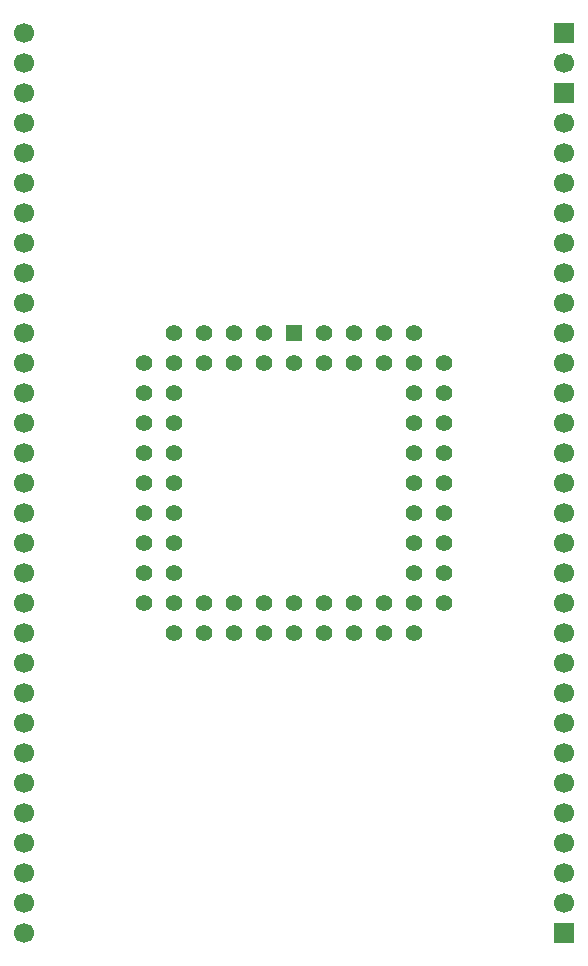
<source format=gts>
G04 #@! TF.GenerationSoftware,KiCad,Pcbnew,9.0.1*
G04 #@! TF.CreationDate,2025-04-04T22:38:55+02:00*
G04 #@! TF.ProjectId,80286,38303238-362e-46b6-9963-61645f706362,rev?*
G04 #@! TF.SameCoordinates,Original*
G04 #@! TF.FileFunction,Soldermask,Top*
G04 #@! TF.FilePolarity,Negative*
%FSLAX46Y46*%
G04 Gerber Fmt 4.6, Leading zero omitted, Abs format (unit mm)*
G04 Created by KiCad (PCBNEW 9.0.1) date 2025-04-04 22:38:55*
%MOMM*%
%LPD*%
G01*
G04 APERTURE LIST*
%ADD10C,1.422400*%
%ADD11R,1.422400X1.422400*%
%ADD12C,1.700000*%
%ADD13R,1.700000X1.700000*%
G04 APERTURE END LIST*
D10*
X76200000Y-77900000D03*
X76200000Y-75360000D03*
X78740000Y-77900000D03*
X78740000Y-75360000D03*
X81280000Y-77900000D03*
X81280000Y-75360000D03*
X83820000Y-77900000D03*
X83820000Y-75360000D03*
X86360000Y-77900000D03*
X83820000Y-80440000D03*
X86360000Y-80440000D03*
X83820000Y-82980000D03*
X86360000Y-82980000D03*
X83820000Y-85520000D03*
X86360000Y-85520000D03*
X83820000Y-88060000D03*
X86360000Y-88060000D03*
X83820000Y-90600000D03*
X86360000Y-90600000D03*
X83820000Y-93140000D03*
X86360000Y-93140000D03*
X83820000Y-95680000D03*
X86360000Y-95680000D03*
X83820000Y-98220000D03*
X86360000Y-98220000D03*
X83820000Y-100760000D03*
X81280000Y-98220000D03*
X81280000Y-100760000D03*
X78740000Y-98220000D03*
X78740000Y-100760000D03*
X76200000Y-98220000D03*
X76200000Y-100760000D03*
X73660000Y-98220000D03*
X73660000Y-100760000D03*
X71120000Y-98220000D03*
X71120000Y-100760000D03*
X68580000Y-98220000D03*
X68580000Y-100760000D03*
X66040000Y-98220000D03*
X66040000Y-100760000D03*
X63500000Y-98220000D03*
X63500000Y-100760000D03*
X60960000Y-98220000D03*
X63500000Y-95680000D03*
X60960000Y-95680000D03*
X63500000Y-93140000D03*
X60960000Y-93140000D03*
X63500000Y-90600000D03*
X60960000Y-90600000D03*
X63500000Y-88060000D03*
X60960000Y-88060000D03*
X63500000Y-85520000D03*
X60960000Y-85520000D03*
X63500000Y-82980000D03*
X60960000Y-82980000D03*
X63500000Y-80440000D03*
X60960000Y-80440000D03*
X63500000Y-77900000D03*
X60960000Y-77900000D03*
X63500000Y-75360000D03*
X66040000Y-77900000D03*
X66040000Y-75360000D03*
X68580000Y-77900000D03*
X68580000Y-75360000D03*
X71120000Y-77900000D03*
X71120000Y-75360000D03*
X73660000Y-77900000D03*
D11*
X73660000Y-75360000D03*
D12*
X50800000Y-126150000D03*
X50800000Y-123610000D03*
X50800000Y-121070000D03*
X50800000Y-118530000D03*
X50800000Y-115990000D03*
X50800000Y-113450000D03*
X50800000Y-110910000D03*
X50800000Y-108370000D03*
X50800000Y-105830000D03*
X50800000Y-103290000D03*
X50800000Y-100750000D03*
X50800000Y-98210000D03*
X50800000Y-95670000D03*
X50800000Y-93130000D03*
X50800000Y-90590000D03*
X50800000Y-88050000D03*
X50800000Y-85510000D03*
X50800000Y-82970000D03*
X50800000Y-80430000D03*
X50800000Y-77890000D03*
X50800000Y-75350000D03*
X50800000Y-72810000D03*
X50800000Y-70270000D03*
X50800000Y-67730000D03*
X50800000Y-65190000D03*
X50800000Y-62650000D03*
X50800000Y-60110000D03*
X50800000Y-57570000D03*
X50800000Y-55030000D03*
X50800000Y-52490000D03*
X50800000Y-49950000D03*
D13*
X96520000Y-49960000D03*
D12*
X96520000Y-70280000D03*
D13*
X96520000Y-126160000D03*
D12*
X96520000Y-123620000D03*
X96520000Y-121080000D03*
X96520000Y-118540000D03*
X96520000Y-116000000D03*
X96520000Y-113460000D03*
X96520000Y-110920000D03*
X96520000Y-108380000D03*
X96520000Y-105840000D03*
X96520000Y-103300000D03*
X96520000Y-100760000D03*
X96520000Y-98220000D03*
X96520000Y-95680000D03*
X96520000Y-93140000D03*
X96520000Y-90600000D03*
X96520000Y-88060000D03*
X96520000Y-85520000D03*
X96520000Y-82980000D03*
X96520000Y-80440000D03*
X96520000Y-77900000D03*
X96520000Y-75360000D03*
X96520000Y-72820000D03*
X96520000Y-67740000D03*
X96520000Y-65200000D03*
X96520000Y-62660000D03*
X96520000Y-60120000D03*
X96520000Y-57580000D03*
D13*
X96520000Y-55040000D03*
D12*
X96520000Y-52500000D03*
M02*

</source>
